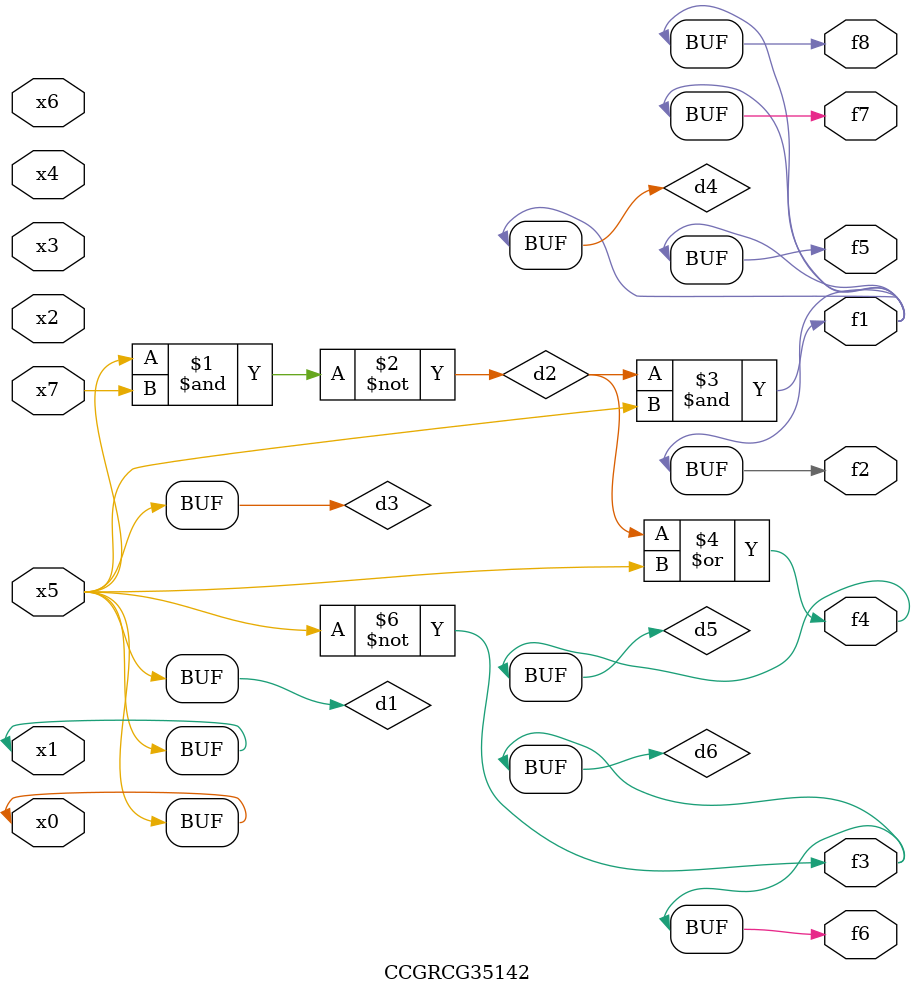
<source format=v>
module CCGRCG35142(
	input x0, x1, x2, x3, x4, x5, x6, x7,
	output f1, f2, f3, f4, f5, f6, f7, f8
);

	wire d1, d2, d3, d4, d5, d6;

	buf (d1, x0, x5);
	nand (d2, x5, x7);
	buf (d3, x0, x1);
	and (d4, d2, d3);
	or (d5, d2, d3);
	nor (d6, d1, d3);
	assign f1 = d4;
	assign f2 = d4;
	assign f3 = d6;
	assign f4 = d5;
	assign f5 = d4;
	assign f6 = d6;
	assign f7 = d4;
	assign f8 = d4;
endmodule

</source>
